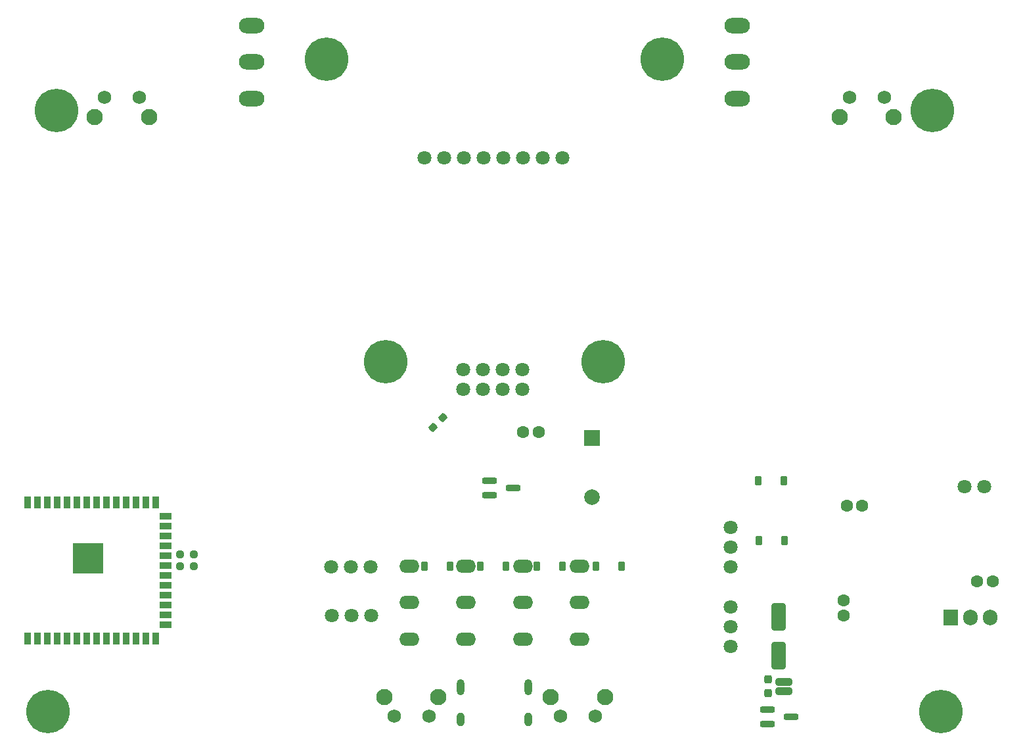
<source format=gbr>
%TF.GenerationSoftware,KiCad,Pcbnew,9.0.2*%
%TF.CreationDate,2025-08-14T03:12:12+07:00*%
%TF.ProjectId,Gamepad PCB,47616d65-7061-4642-9050-43422e6b6963,v03*%
%TF.SameCoordinates,Original*%
%TF.FileFunction,Soldermask,Bot*%
%TF.FilePolarity,Negative*%
%FSLAX46Y46*%
G04 Gerber Fmt 4.6, Leading zero omitted, Abs format (unit mm)*
G04 Created by KiCad (PCBNEW 9.0.2) date 2025-08-14 03:12:12*
%MOMM*%
%LPD*%
G01*
G04 APERTURE LIST*
G04 Aperture macros list*
%AMRoundRect*
0 Rectangle with rounded corners*
0 $1 Rounding radius*
0 $2 $3 $4 $5 $6 $7 $8 $9 X,Y pos of 4 corners*
0 Add a 4 corners polygon primitive as box body*
4,1,4,$2,$3,$4,$5,$6,$7,$8,$9,$2,$3,0*
0 Add four circle primitives for the rounded corners*
1,1,$1+$1,$2,$3*
1,1,$1+$1,$4,$5*
1,1,$1+$1,$6,$7*
1,1,$1+$1,$8,$9*
0 Add four rect primitives between the rounded corners*
20,1,$1+$1,$2,$3,$4,$5,0*
20,1,$1+$1,$4,$5,$6,$7,0*
20,1,$1+$1,$6,$7,$8,$9,0*
20,1,$1+$1,$8,$9,$2,$3,0*%
G04 Aperture macros list end*
%ADD10C,2.000000*%
%ADD11R,2.000000X2.000000*%
%ADD12RoundRect,0.225000X0.225000X0.375000X-0.225000X0.375000X-0.225000X-0.375000X0.225000X-0.375000X0*%
%ADD13C,0.600000*%
%ADD14R,3.900000X3.900000*%
%ADD15R,0.900000X1.500000*%
%ADD16R,1.500000X0.900000*%
%ADD17O,2.600000X1.700000*%
%ADD18O,3.300000X2.000000*%
%ADD19C,1.750000*%
%ADD20C,2.100000*%
%ADD21C,5.600000*%
%ADD22C,3.600000*%
%ADD23C,1.800000*%
%ADD24O,1.000000X2.100000*%
%ADD25O,1.000000X1.800000*%
%ADD26RoundRect,0.200000X-0.750000X-0.200000X0.750000X-0.200000X0.750000X0.200000X-0.750000X0.200000X0*%
%ADD27RoundRect,0.237500X0.250000X0.237500X-0.250000X0.237500X-0.250000X-0.237500X0.250000X-0.237500X0*%
%ADD28C,1.600000*%
%ADD29RoundRect,0.250000X-0.650000X1.500000X-0.650000X-1.500000X0.650000X-1.500000X0.650000X1.500000X0*%
%ADD30RoundRect,0.237500X0.237500X-0.300000X0.237500X0.300000X-0.237500X0.300000X-0.237500X-0.300000X0*%
%ADD31RoundRect,0.237500X-0.008839X-0.344715X0.344715X0.008839X0.008839X0.344715X-0.344715X-0.008839X0*%
%ADD32RoundRect,0.241000X0.831000X-0.241000X0.831000X0.241000X-0.831000X0.241000X-0.831000X-0.241000X0*%
%ADD33R,1.905000X2.000000*%
%ADD34O,1.905000X2.000000*%
G04 APERTURE END LIST*
D10*
%TO.C,BZ1*%
X166600000Y-107400001D03*
D11*
X166600000Y-99800000D03*
%TD*%
D12*
%TO.C,D19*%
X144950000Y-116300000D03*
X148250000Y-116300000D03*
%TD*%
D13*
%TO.C,U6*%
X100900000Y-116735000D03*
X102300000Y-116735000D03*
X100200000Y-116035000D03*
X101600000Y-116035000D03*
X103000000Y-116035000D03*
X100900000Y-115335000D03*
D14*
X101600000Y-115335000D03*
D13*
X102300000Y-115335000D03*
X100200000Y-114635000D03*
X101600000Y-114635000D03*
X103000000Y-114635000D03*
X100900000Y-113935000D03*
X102300000Y-113935000D03*
D15*
X93880000Y-125585000D03*
X95150000Y-125585000D03*
X96420000Y-125585000D03*
X97690000Y-125585000D03*
X98960000Y-125585000D03*
X100230000Y-125585000D03*
X101500000Y-125585000D03*
X102770000Y-125585000D03*
X104040000Y-125585000D03*
X105310000Y-125585000D03*
X106580000Y-125585000D03*
X107850000Y-125585000D03*
X109120000Y-125585000D03*
X110390000Y-125585000D03*
D16*
X111640000Y-123820000D03*
X111640000Y-122550000D03*
X111640000Y-121280000D03*
X111640000Y-120010000D03*
X111640000Y-118740000D03*
X111640000Y-117470000D03*
X111640000Y-116200000D03*
X111640000Y-114930000D03*
X111640000Y-113660000D03*
X111640000Y-112390000D03*
X111640000Y-111120000D03*
X111640000Y-109850000D03*
D15*
X110390000Y-108085000D03*
X109120000Y-108085000D03*
X107850000Y-108085000D03*
X106580000Y-108085000D03*
X105310000Y-108085000D03*
X104040000Y-108085000D03*
X102770000Y-108085000D03*
X101500000Y-108085000D03*
X100230000Y-108085000D03*
X98960000Y-108085000D03*
X97690000Y-108085000D03*
X96420000Y-108085000D03*
X95150000Y-108085000D03*
X93880000Y-108085000D03*
%TD*%
D17*
%TO.C,SW19*%
X164940000Y-125700000D03*
X164940000Y-121000000D03*
X164940000Y-116300000D03*
%TD*%
D18*
%TO.C,SW16*%
X185310000Y-46710000D03*
X185310000Y-51410000D03*
X185310000Y-56110000D03*
%TD*%
D17*
%TO.C,SW15*%
X157650000Y-125700000D03*
X157650000Y-121000000D03*
X157650000Y-116300000D03*
%TD*%
D18*
%TO.C,SW12*%
X122690000Y-46710000D03*
X122690000Y-51410000D03*
X122690000Y-56110000D03*
%TD*%
D17*
%TO.C,SW11*%
X150350000Y-125700000D03*
X150350000Y-121000000D03*
X150350000Y-116300000D03*
%TD*%
D19*
%TO.C,SW8*%
X199725499Y-55962500D03*
X204225500Y-55962500D03*
D20*
X198465500Y-58452500D03*
X205475500Y-58452499D03*
%TD*%
D17*
%TO.C,SW7*%
X143060000Y-125700000D03*
X143060000Y-121000000D03*
X143060000Y-116300000D03*
%TD*%
D19*
%TO.C,SW4*%
X103725499Y-55962500D03*
X108225500Y-55962500D03*
D20*
X102465500Y-58452500D03*
X109475500Y-58452499D03*
%TD*%
D19*
%TO.C,SW3*%
X141049999Y-135637500D03*
X145550000Y-135637500D03*
D20*
X139790000Y-133147500D03*
X146800000Y-133147501D03*
%TD*%
D19*
%TO.C,SW2*%
X162500000Y-135637500D03*
X167000000Y-135637500D03*
D20*
X161240000Y-133147500D03*
X168250000Y-133147500D03*
%TD*%
D21*
%TO.C,H8*%
X168000000Y-90000000D03*
D22*
X168000000Y-90000000D03*
%TD*%
D21*
%TO.C,H7*%
X140000000Y-90000000D03*
D22*
X140000000Y-90000000D03*
%TD*%
D21*
%TO.C,H6*%
X210390000Y-57610000D03*
D22*
X210390000Y-57610000D03*
%TD*%
D21*
%TO.C,H5*%
X97610000Y-57610000D03*
D22*
X97610000Y-57610000D03*
%TD*%
D21*
%TO.C,H4*%
X211500000Y-135000000D03*
D22*
X211500000Y-135000000D03*
%TD*%
D21*
%TO.C,H3*%
X96500000Y-135000000D03*
D22*
X96500000Y-135000000D03*
%TD*%
D21*
%TO.C,H2*%
X175600000Y-51000000D03*
D22*
X175600000Y-51000000D03*
%TD*%
D21*
%TO.C,H1*%
X132400000Y-51000000D03*
D22*
X132400000Y-51000000D03*
%TD*%
D23*
%TO.C,J7*%
X162780001Y-63750000D03*
X145000000Y-63750000D03*
X147540000Y-63750000D03*
X150079999Y-63750000D03*
X152620000Y-63750000D03*
X155160000Y-63750000D03*
X157700000Y-63750000D03*
X160240000Y-63750000D03*
%TD*%
D24*
%TO.C,J1*%
X149680000Y-131895000D03*
D25*
X149680000Y-136075000D03*
D24*
X158320000Y-131895000D03*
D25*
X158320000Y-136075000D03*
%TD*%
D12*
%TO.C,D13*%
X191350000Y-113000000D03*
X188050000Y-113000000D03*
%TD*%
D23*
%TO.C,J6*%
X138080000Y-116400000D03*
X135540000Y-116400000D03*
X133000000Y-116400000D03*
%TD*%
D26*
%TO.C,Q8*%
X189200000Y-136650000D03*
X189200000Y-134750000D03*
X192200000Y-135700000D03*
%TD*%
D27*
%TO.C,R12*%
X115300000Y-116300000D03*
X113475000Y-116300000D03*
%TD*%
D28*
%TO.C,C2*%
X157699999Y-99000000D03*
X159700000Y-99000000D03*
%TD*%
D29*
%TO.C,D4*%
X190600000Y-122800000D03*
X190600000Y-127800000D03*
%TD*%
D28*
%TO.C,C6*%
X199000000Y-120699999D03*
X199000000Y-122699999D03*
%TD*%
D23*
%TO.C,J5*%
X138100000Y-122700000D03*
X135560000Y-122700000D03*
X133020000Y-122700000D03*
%TD*%
D30*
%TO.C,C20*%
X189300000Y-132625002D03*
X189300000Y-130900000D03*
%TD*%
D28*
%TO.C,C10*%
X199400000Y-108550000D03*
X201400000Y-108550000D03*
%TD*%
D12*
%TO.C,D11*%
X162800000Y-116300000D03*
X159500000Y-116300000D03*
%TD*%
D31*
%TO.C,R14*%
X146054765Y-98445235D03*
X147345235Y-97154765D03*
%TD*%
D12*
%TO.C,D7*%
X170400000Y-116300000D03*
X167100000Y-116300000D03*
%TD*%
D27*
%TO.C,R13*%
X115300000Y-114810000D03*
X113475000Y-114810000D03*
%TD*%
D28*
%TO.C,C16*%
X216200000Y-118300000D03*
X218200000Y-118300000D03*
%TD*%
D23*
%TO.C,J2*%
X214609999Y-106100000D03*
X217149999Y-106100000D03*
%TD*%
%TO.C,J4*%
X184400000Y-111300000D03*
X184400000Y-113840000D03*
X184400000Y-116380000D03*
%TD*%
D32*
%TO.C,M1*%
X191312500Y-132400000D03*
X191312500Y-131200000D03*
%TD*%
D12*
%TO.C,D15*%
X155500000Y-116300000D03*
X152200000Y-116300000D03*
%TD*%
D23*
%TO.C,U4*%
X157620000Y-93500000D03*
X157620000Y-90960000D03*
X155080000Y-93500000D03*
X155080000Y-90960000D03*
X152540000Y-93500000D03*
X152540000Y-90960000D03*
X150000000Y-93500000D03*
X150000000Y-90960000D03*
%TD*%
D12*
%TO.C,D9*%
X191300000Y-105300000D03*
X188000000Y-105300000D03*
%TD*%
D23*
%TO.C,J3*%
X184400000Y-121600000D03*
X184400000Y-124140000D03*
X184400000Y-126680000D03*
%TD*%
D26*
%TO.C,Q7*%
X153400000Y-107200000D03*
X153400000Y-105300000D03*
X156400000Y-106250000D03*
%TD*%
D33*
%TO.C,Q3*%
X212820000Y-122950000D03*
D34*
X215360000Y-122950000D03*
X217900000Y-122950000D03*
%TD*%
M02*

</source>
